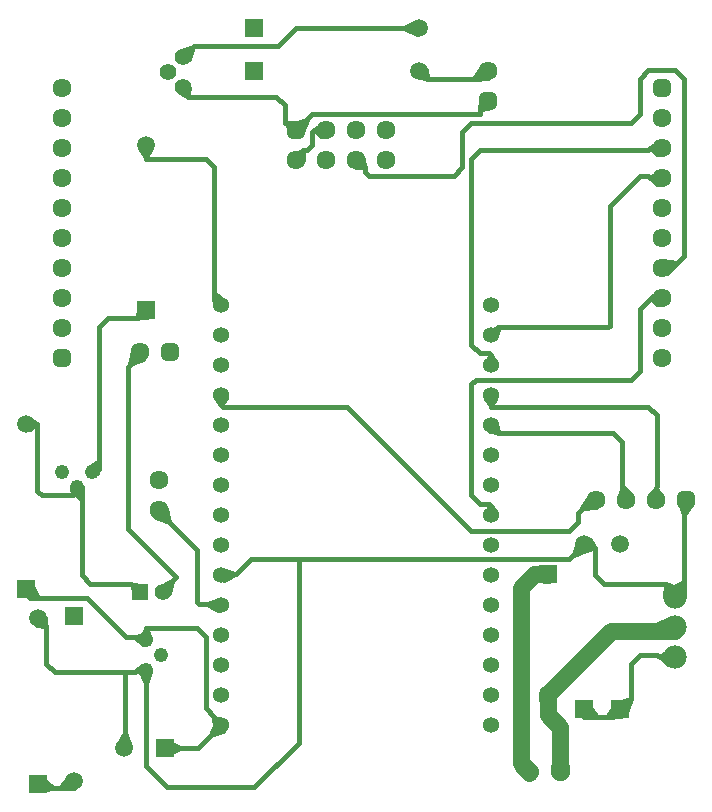
<source format=gbr>
G04 Generated by Ultiboard 14.0 *
%FSLAX34Y34*%
%MOMM*%

%ADD10C,0.0001*%
%ADD11C,0.4000*%
%ADD12C,1.4000*%
%ADD13C,1.3556*%
%ADD14C,1.6088*%
%ADD15R,0.5291X0.5291*%
%ADD16C,0.9949*%
%ADD17C,1.3970*%
%ADD18C,1.5000*%
%ADD19R,1.5000X1.5000*%
%ADD20C,1.2446*%
%ADD21C,1.4000*%
%ADD22R,1.4000X1.4000*%
%ADD23C,1.9898*%
%ADD24C,1.5366*%


G04 ColorRGB 00FF00 for the following layer *
%LNCopper Top*%
%LPD*%
G54D10*
G54D11*
X105000Y150000D02*
X72120Y182880D01*
X24167Y182880D01*
X20320Y186727D01*
X20320Y190574D01*
X353007Y665480D02*
X248920Y665480D01*
X233680Y650240D01*
X162560Y650240D02*
X233680Y650240D01*
X153035Y640715D02*
X162560Y650240D01*
G36*
X162201Y649881D02*
X162201Y649881D01*
X158336Y639596D01*
X151916Y646016D01*
X162201Y649881D01*
D02*
G37*
X158336Y639596D01*
X151916Y646016D01*
X162201Y649881D01*
G36*
X340881Y665480D02*
X340881Y665480D01*
X350875Y670784D01*
X351225Y660897D01*
X340881Y665480D01*
D02*
G37*
X350875Y670784D01*
X351225Y660897D01*
X340881Y665480D01*
G36*
X549486Y538480D02*
X549486Y538480D01*
X554878Y543079D01*
X554878Y533881D01*
X549486Y538480D01*
D02*
G37*
X554878Y543079D01*
X554878Y533881D01*
X549486Y538480D01*
G36*
X549486Y563880D02*
X549486Y563880D01*
X554878Y568479D01*
X554878Y559281D01*
X549486Y563880D01*
D02*
G37*
X554878Y568479D01*
X554878Y559281D01*
X549486Y563880D01*
G36*
X571295Y466295D02*
X571295Y466295D01*
X563091Y458024D01*
X559809Y468239D01*
X571295Y466295D01*
D02*
G37*
X563091Y458024D01*
X559809Y468239D01*
X571295Y466295D01*
G36*
X549486Y436880D02*
X549486Y436880D01*
X554878Y441479D01*
X554878Y432281D01*
X549486Y436880D01*
D02*
G37*
X554878Y441479D01*
X554878Y432281D01*
X549486Y436880D01*
G36*
X156721Y608279D02*
X156721Y608279D01*
X151090Y611684D01*
X158475Y614621D01*
X156721Y608279D01*
D02*
G37*
X151090Y611684D01*
X158475Y614621D01*
X156721Y608279D01*
G36*
X306653Y547500D02*
X306653Y547500D01*
X299568Y547678D01*
X305711Y554524D01*
X306653Y547500D01*
D02*
G37*
X299568Y547678D01*
X305711Y554524D01*
X306653Y547500D01*
G36*
X265006Y579120D02*
X265006Y579120D01*
X270398Y583719D01*
X270398Y574521D01*
X265006Y579120D01*
D02*
G37*
X270398Y583719D01*
X270398Y574521D01*
X265006Y579120D01*
G36*
X242252Y585000D02*
X242252Y585000D01*
X249136Y584736D01*
X243375Y578204D01*
X242252Y585000D01*
D02*
G37*
X249136Y584736D01*
X243375Y578204D01*
X242252Y585000D01*
G36*
X258000Y588000D02*
X258000Y588000D01*
X254222Y577256D01*
X247174Y584462D01*
X258000Y588000D01*
D02*
G37*
X254222Y577256D01*
X247174Y584462D01*
X258000Y588000D01*
G36*
X255000Y560776D02*
X255000Y560776D01*
X254964Y553751D01*
X247996Y559693D01*
X255000Y560776D01*
D02*
G37*
X254964Y553751D01*
X247996Y559693D01*
X255000Y560776D01*
G36*
X405194Y597218D02*
X405194Y597218D01*
X405889Y604071D01*
X412047Y597913D01*
X405194Y597218D01*
D02*
G37*
X405889Y604071D01*
X412047Y597913D01*
X405194Y597218D01*
G36*
X400024Y622500D02*
X400024Y622500D01*
X406432Y632229D01*
X411668Y622863D01*
X400024Y622500D01*
D02*
G37*
X406432Y632229D01*
X411668Y622863D01*
X400024Y622500D01*
G36*
X121920Y556140D02*
X121920Y556140D01*
X117222Y563861D01*
X126618Y563861D01*
X121920Y556140D01*
D02*
G37*
X117222Y563861D01*
X126618Y563861D01*
X121920Y556140D01*
G36*
X115719Y420519D02*
X115719Y420519D01*
X116452Y427310D01*
X122510Y421252D01*
X115719Y420519D01*
D02*
G37*
X116452Y427310D01*
X122510Y421252D01*
X115719Y420519D01*
G36*
X29090Y330574D02*
X29090Y330574D01*
X23769Y326290D01*
X23769Y334858D01*
X29090Y330574D01*
D02*
G37*
X23769Y326290D01*
X23769Y334858D01*
X29090Y330574D01*
G36*
X30273Y182880D02*
X30273Y182880D01*
X19197Y185190D01*
X25248Y193017D01*
X30273Y182880D01*
D02*
G37*
X19197Y185190D01*
X25248Y193017D01*
X30273Y182880D01*
G36*
X36949Y159481D02*
X36949Y159481D01*
X30158Y160214D01*
X36216Y166272D01*
X36949Y159481D01*
D02*
G37*
X30158Y160214D01*
X36216Y166272D01*
X36949Y159481D01*
G36*
X42919Y22500D02*
X42919Y22500D01*
X31823Y20288D01*
X34326Y29859D01*
X42919Y22500D01*
D02*
G37*
X31823Y20288D01*
X34326Y29859D01*
X42919Y22500D01*
G36*
X49478Y22500D02*
X49478Y22500D01*
X56744Y31172D01*
X60786Y22143D01*
X49478Y22500D01*
D02*
G37*
X56744Y31172D01*
X60786Y22143D01*
X49478Y22500D01*
G36*
X82500Y298944D02*
X82500Y298944D01*
X80332Y288687D01*
X73827Y293053D01*
X82500Y298944D01*
D02*
G37*
X80332Y288687D01*
X73827Y293053D01*
X82500Y298944D01*
G36*
X67500Y266288D02*
X67500Y266288D01*
X60395Y273998D01*
X67722Y276771D01*
X67500Y266288D01*
D02*
G37*
X60395Y273998D01*
X67722Y276771D01*
X67500Y266288D01*
G36*
X60000Y270235D02*
X60000Y270235D01*
X59304Y276385D01*
X65473Y273126D01*
X60000Y270235D01*
D02*
G37*
X59304Y276385D01*
X65473Y273126D01*
X60000Y270235D01*
G36*
X110992Y193808D02*
X110992Y193808D01*
X117519Y192914D01*
X111886Y187281D01*
X110992Y193808D01*
D02*
G37*
X117519Y192914D01*
X111886Y187281D01*
X110992Y193808D01*
G36*
X112901Y149599D02*
X112901Y149599D01*
X120983Y151438D01*
X119139Y144142D01*
X112901Y149599D01*
D02*
G37*
X120983Y151438D01*
X119139Y144142D01*
X112901Y149599D01*
G36*
X121920Y156623D02*
X121920Y156623D01*
X125683Y149237D01*
X118157Y149237D01*
X121920Y156623D01*
D02*
G37*
X125683Y149237D01*
X118157Y149237D01*
X121920Y156623D01*
G36*
X114427Y121920D02*
X114427Y121920D01*
X119540Y125408D01*
X119540Y118432D01*
X114427Y121920D01*
D02*
G37*
X119540Y125408D01*
X119540Y118432D01*
X114427Y121920D01*
G36*
X114427Y121920D01*
X119540Y125408D01*
X119540Y118432D01*
X114427Y121920D01*
D02*
G37*
X119540Y125408D01*
X119540Y118432D01*
X114427Y121920D01*
G36*
X413968Y261032D02*
X413968Y261032D01*
X417846Y255845D01*
X410157Y255796D01*
X413968Y261032D01*
D02*
G37*
X417846Y255845D01*
X410157Y255796D01*
X413968Y261032D01*
G36*
X419711Y323493D02*
X419711Y323493D01*
X413307Y324459D01*
X418745Y329897D01*
X419711Y323493D01*
D02*
G37*
X413307Y324459D01*
X418745Y329897D01*
X419711Y323493D01*
G36*
X414020Y346536D02*
X414020Y346536D01*
X410175Y351747D01*
X417865Y351747D01*
X414020Y346536D01*
D02*
G37*
X410175Y351747D01*
X417865Y351747D01*
X414020Y346536D01*
G36*
X414020Y388032D02*
X414020Y388032D01*
X417865Y382821D01*
X410175Y382821D01*
X414020Y388032D01*
D02*
G37*
X417865Y382821D01*
X410175Y382821D01*
X414020Y388032D01*
G36*
X419711Y411075D02*
X419711Y411075D01*
X418745Y404671D01*
X413307Y410109D01*
X419711Y411075D01*
D02*
G37*
X418745Y404671D01*
X413307Y410109D01*
X419711Y411075D01*
G36*
X180000Y81133D02*
X180000Y81133D01*
X186352Y79870D01*
X180667Y74692D01*
X180000Y81133D01*
D02*
G37*
X186352Y79870D01*
X180667Y74692D01*
X180000Y81133D01*
G36*
X359654Y623225D02*
X359654Y623225D01*
X352863Y623958D01*
X358921Y630016D01*
X359654Y623225D01*
D02*
G37*
X352863Y623958D01*
X358921Y630016D01*
X359654Y623225D01*
G36*
X558376Y132715D02*
X558376Y132715D01*
X563963Y138325D01*
X563963Y127105D01*
X558376Y132715D01*
D02*
G37*
X563963Y138325D01*
X563963Y127105D01*
X558376Y132715D01*
G36*
X185947Y346553D02*
X185947Y346553D01*
X181769Y351502D01*
X189442Y352005D01*
X185947Y346553D01*
D02*
G37*
X181769Y351502D01*
X189442Y352005D01*
X185947Y346553D01*
G36*
X577500Y196297D02*
X577500Y196297D01*
X577544Y183542D01*
X566069Y190639D01*
X577500Y196297D01*
D02*
G37*
X577544Y183542D01*
X566069Y190639D01*
X577500Y196297D01*
G36*
X562500Y194443D02*
X562500Y194443D01*
X572237Y191012D01*
X561671Y184153D01*
X562500Y194443D01*
D02*
G37*
X572237Y191012D01*
X561671Y184153D01*
X562500Y194443D01*
G36*
X525948Y276552D02*
X525948Y276552D01*
X532577Y269975D01*
X522662Y267810D01*
X525948Y276552D01*
D02*
G37*
X532577Y269975D01*
X522662Y267810D01*
X525948Y276552D01*
G36*
X180000Y441331D02*
X180000Y441331D01*
X188429Y434495D01*
X180651Y430498D01*
X180000Y441331D01*
D02*
G37*
X188429Y434495D01*
X180651Y430498D01*
X180000Y441331D01*
G36*
X553720Y274998D02*
X553720Y274998D01*
X558319Y269606D01*
X549121Y269606D01*
X553720Y274998D01*
D02*
G37*
X558319Y269606D01*
X549121Y269606D01*
X553720Y274998D01*
G36*
X577500Y253088D02*
X577500Y253088D01*
X573804Y263860D01*
X583801Y262574D01*
X577500Y253088D01*
D02*
G37*
X573804Y263860D01*
X583801Y262574D01*
X577500Y253088D01*
G36*
X491579Y259079D02*
X491579Y259079D01*
X497815Y268919D01*
X503215Y259647D01*
X491579Y259079D01*
D02*
G37*
X497815Y268919D01*
X503215Y259647D01*
X491579Y259079D01*
G36*
X532435Y97495D02*
X532435Y97495D01*
X528738Y86803D01*
X521743Y93798D01*
X532435Y97495D01*
D02*
G37*
X528738Y86803D01*
X521743Y93798D01*
X532435Y97495D01*
G36*
X512538Y82500D02*
X512538Y82500D01*
X519038Y91760D01*
X523836Y83108D01*
X512538Y82500D01*
D02*
G37*
X519038Y91760D01*
X523836Y83108D01*
X512538Y82500D01*
G36*
X501451Y226049D02*
X501451Y226049D01*
X495114Y223498D01*
X497606Y231696D01*
X501451Y226049D01*
D02*
G37*
X495114Y223498D01*
X497606Y231696D01*
X501451Y226049D01*
G36*
X504062Y82500D02*
X504062Y82500D01*
X492764Y83108D01*
X497562Y91760D01*
X504062Y82500D01*
D02*
G37*
X492764Y83108D01*
X497562Y91760D01*
X504062Y82500D01*
X305940Y547500D02*
X299720Y553720D01*
X307500Y543750D02*
X307500Y547500D01*
X305940Y547500D01*
X311250Y540000D02*
X307500Y543750D01*
X382500Y540000D02*
X311250Y540000D01*
X390000Y547500D02*
X382500Y540000D01*
X390000Y577500D02*
X390000Y547500D01*
X397500Y585000D02*
X390000Y577500D01*
X532500Y585000D02*
X397500Y585000D01*
X540000Y592500D02*
X532500Y585000D01*
X540000Y622500D02*
X540000Y592500D01*
X547500Y630000D02*
X540000Y622500D01*
X570000Y630000D02*
X547500Y630000D01*
X577500Y622500D02*
X570000Y630000D01*
X577500Y472500D02*
X577500Y622500D01*
X567280Y462280D02*
X577500Y472500D01*
X558800Y462280D02*
X567280Y462280D01*
X414020Y260980D02*
X414020Y252984D01*
X412500Y262500D02*
X414020Y260980D01*
X405000Y262500D02*
X412500Y262500D01*
X397500Y270000D02*
X405000Y262500D01*
X397500Y363750D02*
X397500Y270000D01*
X401250Y367500D02*
X397500Y363750D01*
X532500Y367500D02*
X401250Y367500D01*
X540000Y375000D02*
X532500Y367500D01*
X540000Y427500D02*
X540000Y375000D01*
X549380Y436880D02*
X540000Y427500D01*
X558800Y436880D02*
X549380Y436880D01*
X420000Y323204D02*
X414020Y329184D01*
X420000Y322500D02*
X420000Y323204D01*
X517500Y322500D02*
X420000Y322500D01*
X525000Y315000D02*
X517500Y322500D01*
X525000Y277500D02*
X525000Y315000D01*
X528320Y274180D02*
X525000Y277500D01*
X528320Y265684D02*
X528320Y274180D01*
X414020Y345000D02*
X414020Y354584D01*
X547500Y345000D02*
X414020Y345000D01*
X555000Y337500D02*
X547500Y345000D01*
X555000Y277500D02*
X555000Y337500D01*
X553720Y276220D02*
X555000Y277500D01*
X553720Y265684D02*
X553720Y276220D01*
X412500Y390000D02*
X414020Y388480D01*
X414020Y379984D01*
X405000Y390000D02*
X412500Y390000D01*
X397500Y397500D02*
X405000Y390000D01*
X397500Y555000D02*
X397500Y397500D01*
X405000Y562500D02*
X397500Y555000D01*
X547500Y562500D02*
X405000Y562500D01*
X548880Y563880D02*
X547500Y562500D01*
X558800Y563880D02*
X548880Y563880D01*
X420000Y412500D02*
X420000Y411364D01*
X414020Y405384D01*
X513548Y412500D02*
X420000Y412500D01*
X514720Y514720D02*
X514720Y413672D01*
X513548Y412500D01*
X540000Y540000D02*
X514720Y514720D01*
X547500Y540000D02*
X540000Y540000D01*
X549020Y538480D02*
X547500Y540000D01*
X558800Y538480D02*
X549020Y538480D01*
X405076Y622500D02*
X360000Y622500D01*
X411480Y628904D02*
X405076Y622500D01*
X360000Y622879D02*
X353453Y629426D01*
X360000Y622500D02*
X360000Y622879D01*
X493060Y82500D02*
X493060Y88600D01*
X517500Y82500D02*
X493060Y82500D01*
X517500Y82560D02*
X517500Y82500D01*
X523540Y88600D02*
X517500Y82560D01*
X532500Y97500D02*
X532440Y97500D01*
X523540Y88600D01*
X532500Y127500D02*
X532500Y97500D01*
X540000Y135000D02*
X532500Y127500D01*
X555000Y135000D02*
X540000Y135000D01*
X557285Y132715D02*
X555000Y135000D01*
X569595Y132715D02*
X557285Y132715D01*
X133202Y257281D02*
X132461Y256540D01*
G36*
X141504Y247116D02*
X141504Y247116D01*
X130808Y251732D01*
X139118Y258519D01*
X141504Y247116D01*
D02*
G37*
X130808Y251732D01*
X139118Y258519D01*
X141504Y247116D01*
X67500Y202500D02*
X67500Y272860D01*
X63500Y276860D01*
X60000Y270000D02*
X33750Y270000D01*
X60000Y273360D02*
X60000Y270000D01*
X63500Y276860D02*
X60000Y273360D01*
X75000Y195000D02*
X67500Y202500D01*
X33750Y270000D02*
X30000Y273750D01*
X109800Y195000D02*
X75000Y195000D01*
X30000Y273750D02*
X30000Y330000D01*
X116840Y187960D02*
X109800Y195000D01*
X29426Y330574D02*
X20320Y330574D01*
X30000Y330000D02*
X29426Y330574D01*
X498900Y228600D02*
X493060Y228600D01*
X502500Y225000D02*
X498900Y228600D01*
X502500Y202500D02*
X502500Y225000D01*
X510000Y195000D02*
X502500Y202500D01*
X562500Y195000D02*
X510000Y195000D01*
X562500Y190610D02*
X562500Y195000D01*
X405000Y597024D02*
X405000Y592500D01*
X411480Y603504D02*
X405000Y597024D01*
X569595Y183515D02*
X562500Y190610D01*
X577500Y191420D02*
X569595Y183515D01*
X405000Y592500D02*
X262500Y592500D01*
X577500Y265684D02*
X577500Y191420D01*
X262500Y592500D02*
X255000Y585000D01*
X579120Y265684D02*
X577500Y265684D01*
X254800Y585000D02*
X248920Y579120D01*
X255000Y585000D02*
X254800Y585000D01*
X248920Y579120D02*
X243040Y585000D01*
X240000Y585000D01*
X240000Y600000D01*
X232500Y607500D01*
X157500Y607500D01*
X153670Y611330D01*
X153670Y615950D01*
X185420Y75184D02*
X166116Y55880D01*
X137857Y55880D01*
G36*
X151135Y55880D02*
X151135Y55880D01*
X140959Y50934D01*
X140959Y60827D01*
X151135Y55880D01*
D02*
G37*
X140959Y50934D01*
X140959Y60827D01*
X151135Y55880D01*
G36*
X177035Y66799D02*
X177035Y66799D01*
X180967Y76915D01*
X187151Y70731D01*
X177035Y66799D01*
D02*
G37*
X180967Y76915D01*
X187151Y70731D01*
X177035Y66799D01*
X104140Y56465D02*
X104140Y119380D01*
G36*
X104140Y68446D02*
X104140Y68446D01*
X108608Y58052D01*
X98726Y58512D01*
X104140Y68446D01*
D02*
G37*
X108608Y58052D01*
X98726Y58512D01*
X104140Y68446D01*
X180000Y80604D02*
X180000Y82500D01*
X185420Y75184D02*
X180000Y80604D01*
X180000Y82500D02*
X172500Y90000D01*
X172500Y150000D01*
X165000Y157500D01*
X121920Y157500D01*
X121920Y147320D01*
X115180Y147320D01*
X112500Y150000D01*
X105000Y150000D01*
X79560Y289560D02*
X76200Y289560D01*
X82500Y292500D02*
X79560Y289560D01*
X82500Y412500D02*
X82500Y292500D01*
X90000Y420000D02*
X82500Y412500D01*
X115200Y420000D02*
X90000Y420000D01*
X121920Y426720D02*
X115200Y420000D01*
X255000Y559800D02*
X248920Y553720D01*
X255000Y562500D02*
X255000Y559800D01*
X258750Y562500D02*
X255000Y562500D01*
X262500Y566250D02*
X258750Y562500D01*
X262500Y577500D02*
X262500Y566250D01*
X264120Y579120D02*
X262500Y577500D01*
X274320Y579120D02*
X264120Y579120D01*
X180000Y435000D02*
X180000Y547500D01*
X181204Y435000D02*
X180000Y435000D01*
X185420Y430784D02*
X181204Y435000D01*
X180000Y547500D02*
X172500Y555000D01*
X121920Y555000D01*
X121920Y566720D01*
X55820Y22500D02*
X30748Y22500D01*
X60960Y27640D02*
X55820Y22500D01*
X30748Y22500D02*
X30748Y25682D01*
X116840Y391160D02*
X116840Y388620D01*
X106680Y378460D01*
X106680Y241300D01*
X147320Y200660D01*
X137160Y190500D01*
G36*
X144199Y197539D02*
X144199Y197539D01*
X141710Y186828D01*
X134491Y192374D01*
X144199Y197539D01*
D02*
G37*
X141710Y186828D01*
X134491Y192374D01*
X144199Y197539D01*
G36*
X108917Y380697D02*
X108917Y380697D01*
X110882Y392180D01*
X119437Y385702D01*
X108917Y380697D01*
D02*
G37*
X110882Y392180D01*
X119437Y385702D01*
X108917Y380697D01*
X493060Y228600D02*
X480360Y215900D01*
X210820Y215900D01*
X198120Y203200D01*
X185928Y203200D01*
X121920Y121920D02*
X121920Y40640D01*
X139700Y22860D01*
X213868Y22860D01*
X114420Y121920D02*
X112500Y120000D01*
X121920Y121920D02*
X114420Y121920D01*
X112500Y120000D01*
X121920Y121920D02*
X114420Y121920D01*
X112500Y120000D02*
X45000Y120000D01*
X37500Y127500D01*
X37500Y158930D01*
X30748Y165682D01*
X213868Y22860D02*
X251460Y60452D01*
X251460Y215900D01*
X147320Y241300D02*
X132215Y256405D01*
X147320Y241300D02*
X165100Y223520D01*
X165100Y179959D01*
X167259Y177800D01*
X184912Y177800D01*
G36*
X484165Y219705D02*
X484165Y219705D01*
X487862Y230397D01*
X494857Y223402D01*
X484165Y219705D01*
D02*
G37*
X487862Y230397D01*
X494857Y223402D01*
X484165Y219705D01*
G36*
X197234Y203200D02*
X197234Y203200D01*
X187713Y197992D01*
X186963Y206706D01*
X197234Y203200D01*
D02*
G37*
X187713Y197992D01*
X186963Y206706D01*
X197234Y203200D01*
G36*
X173606Y177800D02*
X173606Y177800D01*
X183877Y181306D01*
X183127Y172592D01*
X173606Y177800D01*
D02*
G37*
X183877Y181306D01*
X183127Y172592D01*
X173606Y177800D01*
G36*
X121920Y110617D02*
X121920Y110617D01*
X118003Y120342D01*
X125837Y120342D01*
X121920Y110617D01*
D02*
G37*
X118003Y120342D01*
X125837Y120342D01*
X121920Y110617D01*
X185420Y347080D02*
X185420Y354584D01*
X187500Y345000D02*
X185420Y347080D01*
X292500Y345000D02*
X187500Y345000D01*
X397500Y240000D02*
X292500Y345000D01*
X480000Y240000D02*
X397500Y240000D01*
X487500Y247500D02*
X480000Y240000D01*
X487500Y255000D02*
X487500Y247500D01*
X498184Y265684D02*
X487500Y255000D01*
X502920Y265684D02*
X498184Y265684D01*
G54D12*
X447040Y35560D02*
X439420Y43180D01*
X439420Y191770D01*
X450850Y203200D01*
X462280Y203200D01*
X472440Y73660D02*
X472440Y35560D01*
X472440Y73660D02*
X462280Y83820D01*
X462280Y101600D01*
X515620Y154940D01*
X567690Y154940D01*
X571500Y160020D02*
X568960Y157480D01*
G36*
X554905Y154940D02*
X554905Y154940D01*
X568418Y160819D01*
X569640Y155166D01*
X554905Y154940D01*
D02*
G37*
X568418Y160819D01*
X569640Y155166D01*
X554905Y154940D01*
G36*
X472440Y48323D02*
X472440Y48323D01*
X473122Y35597D01*
X471758Y35597D01*
X472440Y48323D01*
D02*
G37*
X473122Y35597D01*
X471758Y35597D01*
X472440Y48323D01*
G36*
X440709Y41891D02*
X440709Y41891D01*
X447485Y36078D01*
X446522Y35115D01*
X440709Y41891D01*
D02*
G37*
X447485Y36078D01*
X446522Y35115D01*
X440709Y41891D01*
G36*
X471175Y110495D02*
X471175Y110495D01*
X462647Y101261D01*
X461941Y101967D01*
X471175Y110495D01*
D02*
G37*
X462647Y101261D01*
X461941Y101967D01*
X471175Y110495D01*
G36*
X462280Y89020D02*
X462280Y89020D01*
X461780Y101580D01*
X462780Y101580D01*
X462280Y89020D01*
D02*
G37*
X461780Y101580D01*
X462780Y101580D01*
X462280Y89020D01*
G36*
X453510Y203200D02*
X453510Y203200D01*
X462251Y203699D01*
X462251Y202701D01*
X453510Y203200D01*
D02*
G37*
X462251Y203699D01*
X462251Y202701D01*
X453510Y203200D01*
G54D13*
X185420Y430784D03*
X185420Y405384D03*
X185420Y379984D03*
X185420Y354584D03*
X185420Y329184D03*
X185420Y303784D03*
X185420Y278384D03*
X185420Y252984D03*
X185420Y227584D03*
X185420Y202184D03*
X185420Y176784D03*
X185420Y151384D03*
X185420Y125984D03*
X185420Y100584D03*
X185420Y75184D03*
X414020Y430784D03*
X414020Y405384D03*
X414020Y379984D03*
X414020Y354584D03*
X414020Y329184D03*
X414020Y303784D03*
X414020Y278384D03*
X414020Y252984D03*
X414020Y227584D03*
X414020Y202184D03*
X414020Y176784D03*
X414020Y151384D03*
X414020Y125984D03*
X414020Y100584D03*
X414020Y75184D03*
G54D14*
X50800Y462280D03*
X50800Y436880D03*
X50800Y411480D03*
X50800Y513080D03*
X50800Y487680D03*
X50800Y538480D03*
X50800Y589280D03*
X50800Y563880D03*
X50800Y614680D03*
X558800Y538480D03*
X558800Y563880D03*
X558800Y589280D03*
X558800Y487680D03*
X558800Y513080D03*
X558800Y462280D03*
X558800Y411480D03*
X558800Y436880D03*
X558800Y386080D03*
X299720Y579120D03*
X299720Y553720D03*
X274320Y579120D03*
X274320Y553720D03*
X248920Y553720D03*
X325120Y579120D03*
X325120Y553720D03*
X411480Y628904D03*
X528320Y265684D03*
X553720Y265684D03*
X502920Y265684D03*
X133202Y257281D03*
X133202Y282681D03*
X116840Y391160D03*
G54D15*
X50800Y386080D03*
X558800Y614680D03*
X248920Y579120D03*
X411480Y603504D03*
X579120Y265684D03*
X142240Y391160D03*
G54D16*
X48155Y383435D02*
X53445Y383435D01*
X53445Y388725D01*
X48155Y388725D01*
X48155Y383435D01*D02*
X556155Y612035D02*
X561445Y612035D01*
X561445Y617325D01*
X556155Y617325D01*
X556155Y612035D01*D02*
X246275Y576475D02*
X251565Y576475D01*
X251565Y581765D01*
X246275Y581765D01*
X246275Y576475D01*D02*
X408835Y600859D02*
X414125Y600859D01*
X414125Y606149D01*
X408835Y606149D01*
X408835Y600859D01*D02*
X576475Y263039D02*
X581765Y263039D01*
X581765Y268329D01*
X576475Y268329D01*
X576475Y263039D01*D02*
X139595Y388515D02*
X144885Y388515D01*
X144885Y393805D01*
X139595Y393805D01*
X139595Y388515D01*D02*
G54D17*
X153670Y615950D03*
X153670Y641350D03*
X140970Y628650D03*
G54D18*
X121920Y566720D03*
X20320Y330574D03*
X30748Y165682D03*
X60960Y27640D03*
X353453Y665926D03*
X353453Y629426D03*
X523540Y228600D03*
X493060Y228600D03*
X103555Y55880D03*
X462280Y101600D03*
G54D19*
X121920Y426720D03*
X20320Y190574D03*
X30748Y25682D03*
X60960Y167640D03*
X213453Y665926D03*
X213453Y629426D03*
X523540Y88600D03*
X493060Y88600D03*
X138555Y55880D03*
X462280Y203200D03*
G54D20*
X76200Y289560D03*
X50800Y289560D03*
X63500Y276860D03*
X121920Y147320D03*
X121920Y121920D03*
X134620Y134620D03*
G54D21*
X136840Y187960D03*
G54D22*
X116840Y187960D03*
G54D23*
X569595Y158115D03*
X569595Y132715D03*
X569595Y183515D03*
G54D24*
X472440Y35560D03*
X447040Y35560D03*

M02*

</source>
